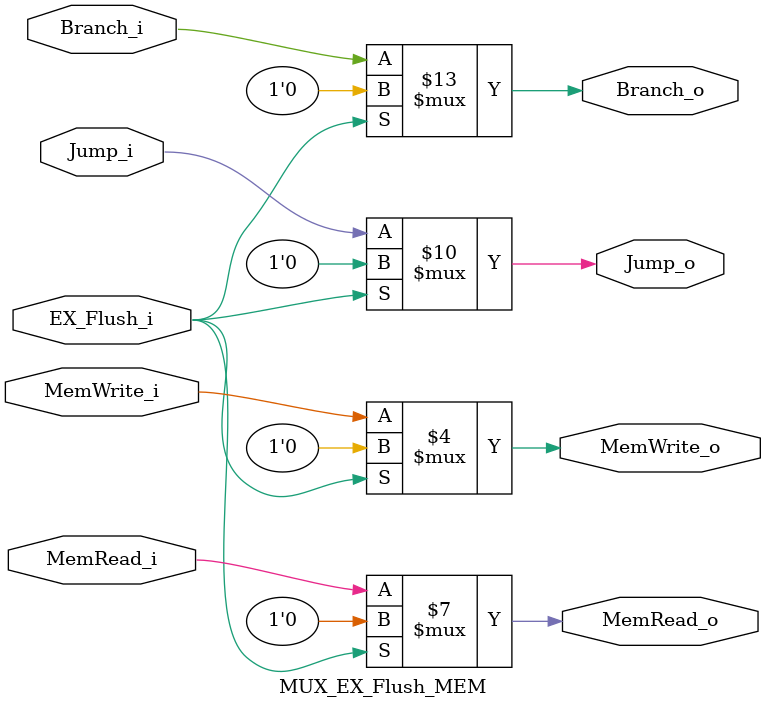
<source format=v>
module MUX_EX_Flush_MEM(
EX_Flush_i,
Branch_i,
Jump_i,
MemRead_i,
MemWrite_i,
Branch_o,
Jump_o,
MemRead_o,
MemWrite_o
);

input EX_Flush_i;
input Branch_i;
input Jump_i;
input MemRead_i;
input MemWrite_i;

output reg Branch_o;
output reg Jump_o;
output reg MemRead_o;
output reg MemWrite_o;

always @(*) begin
if(EX_Flush_i == 0) begin
	Branch_o = Branch_i;
	Jump_o = Jump_i;
	MemRead_o = MemRead_i;
	MemWrite_o = MemWrite_i;
end
else begin
	Branch_o = 0;
	Jump_o = 0;
	MemRead_o = 0;
	MemWrite_o = 0;
end
end

endmodule

</source>
